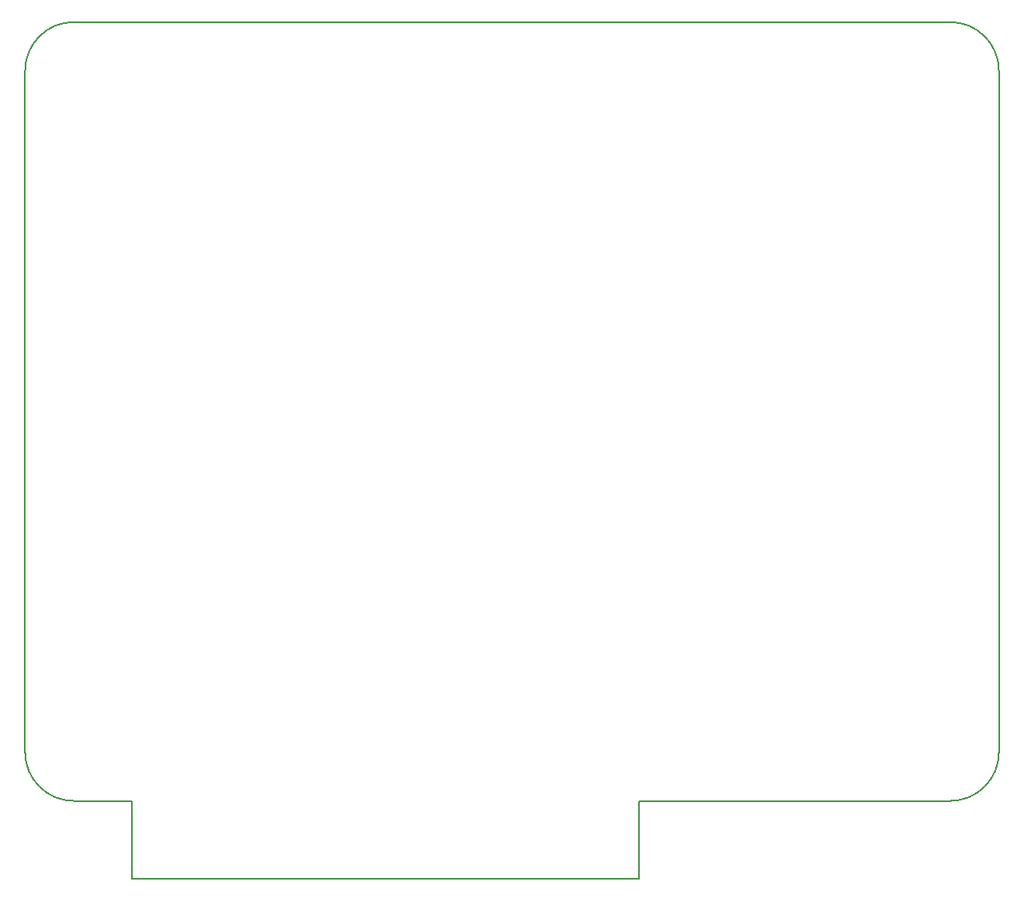
<source format=gbr>
G04 #@! TF.FileFunction,Profile,NP*
%FSLAX46Y46*%
G04 Gerber Fmt 4.6, Leading zero omitted, Abs format (unit mm)*
G04 Created by KiCad (PCBNEW 4.0.6) date 04/15/17 20:26:01*
%MOMM*%
%LPD*%
G01*
G04 APERTURE LIST*
%ADD10C,0.100000*%
%ADD11C,0.150000*%
G04 APERTURE END LIST*
D10*
D11*
X95000000Y-80000000D02*
X63000000Y-80000000D01*
X11000000Y-80000000D02*
X5000000Y-80000000D01*
X100000000Y-5000000D02*
X100000000Y-75000000D01*
X5000000Y0D02*
X95000000Y0D01*
X0Y-75000000D02*
X0Y-5000000D01*
X0Y-75000000D02*
G75*
G03X5000000Y-80000000I5000000J0D01*
G01*
X5000000Y0D02*
G75*
G03X0Y-5000000I0J-5000000D01*
G01*
X100000000Y-5000000D02*
G75*
G03X95000000Y0I-5000000J0D01*
G01*
X95000000Y-80000000D02*
G75*
G03X100000000Y-75000000I0J5000000D01*
G01*
X11000000Y-88000000D02*
X11000000Y-80000000D01*
X63000000Y-88000000D02*
X11000000Y-88000000D01*
X63000000Y-80000000D02*
X63000000Y-88000000D01*
M02*

</source>
